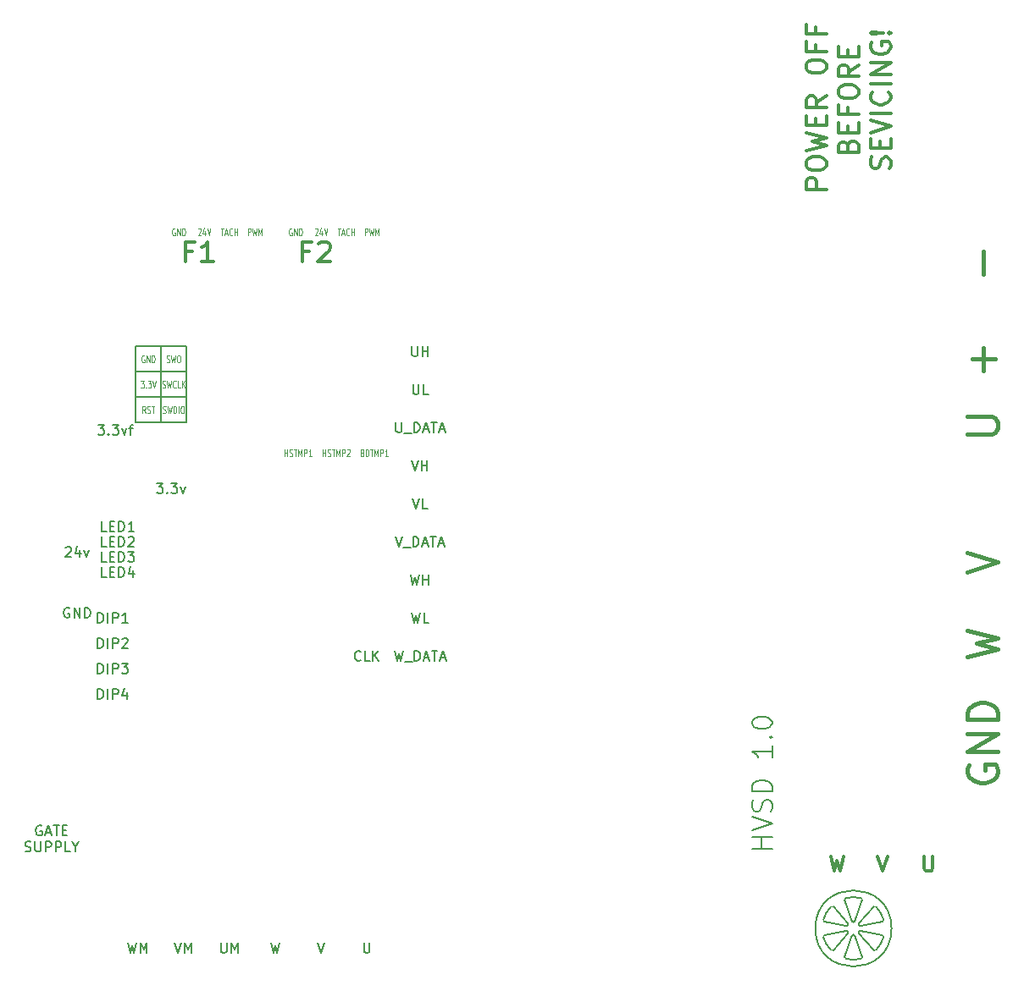
<source format=gbr>
%TF.GenerationSoftware,KiCad,Pcbnew,(6.0.9)*%
%TF.CreationDate,2023-06-09T19:15:00-04:00*%
%TF.ProjectId,HV servo drive v1,48562073-6572-4766-9f20-647269766520,rev?*%
%TF.SameCoordinates,Original*%
%TF.FileFunction,OtherDrawing,Comment*%
%FSLAX46Y46*%
G04 Gerber Fmt 4.6, Leading zero omitted, Abs format (unit mm)*
G04 Created by KiCad (PCBNEW (6.0.9)) date 2023-06-09 19:15:00*
%MOMM*%
%LPD*%
G01*
G04 APERTURE LIST*
%ADD10C,0.180000*%
%ADD11C,0.100000*%
%ADD12C,0.300000*%
%ADD13C,0.200000*%
%ADD14C,0.125000*%
%ADD15C,0.150000*%
%ADD16C,0.400000*%
G04 APERTURE END LIST*
D10*
X190898373Y-145082808D02*
G75*
G03*
X190898373Y-145082808I-3810000J0D01*
G01*
X190098880Y-144218474D02*
G75*
G03*
X189342162Y-142907800I-3010507J-864334D01*
G01*
X189342166Y-142907796D02*
G75*
G03*
X189118044Y-142913003I-109663J-105832D01*
G01*
X187633829Y-144601181D02*
X189118044Y-142913003D01*
X187633820Y-144601174D02*
G75*
G03*
X187778202Y-144851243I114453J-100634D01*
G01*
X189982315Y-144409964D02*
X187778202Y-144851243D01*
X189982313Y-144409955D02*
G75*
G03*
X190098879Y-144218474I-29940J149447D01*
G01*
X189342161Y-147257815D02*
G75*
G03*
X190098879Y-145947142I-2253788J2175007D01*
G01*
X190098878Y-145947142D02*
G75*
G03*
X189982315Y-145755652I-146485J42054D01*
G01*
X187778202Y-145314373D02*
X189982315Y-145755652D01*
X187778200Y-145314383D02*
G75*
G03*
X187633829Y-145564435I-29927J-149425D01*
G01*
X189118044Y-147252613D02*
X187633829Y-145564435D01*
X189118048Y-147252609D02*
G75*
G03*
X189342162Y-147257816I114455J100621D01*
G01*
X186331655Y-148122150D02*
G75*
G03*
X187845091Y-148122150I756718J3039355D01*
G01*
X187845104Y-148122203D02*
G75*
G03*
X187952644Y-147925457I-36831J147895D01*
G01*
X187232746Y-145796000D02*
X187952644Y-147925457D01*
X187232746Y-145796000D02*
G75*
G03*
X186944000Y-145796000I-144373J-48808D01*
G01*
X186224102Y-147925457D02*
X186944000Y-145796000D01*
X186224102Y-147925457D02*
G75*
G03*
X186331655Y-148122150I144374J-48807D01*
G01*
X184077867Y-145947142D02*
G75*
G03*
X184834584Y-147257816I3010500J864329D01*
G01*
X184834584Y-147257816D02*
G75*
G03*
X185058702Y-147252613I109662J105831D01*
G01*
X186542917Y-145564435D02*
X185058702Y-147252613D01*
X186542916Y-145564435D02*
G75*
G03*
X186398544Y-145314373I-114455J100627D01*
G01*
X184194431Y-145755652D02*
X186398544Y-145314373D01*
X184194431Y-145755652D02*
G75*
G03*
X184077867Y-145947142I29918J-149434D01*
G01*
X184834584Y-142907800D02*
G75*
G03*
X184077867Y-144218474I2253783J-2175003D01*
G01*
X184077868Y-144218474D02*
G75*
G03*
X184194431Y-144409964I146481J-42056D01*
G01*
X186398544Y-144851243D02*
X184194431Y-144409964D01*
X186398544Y-144851244D02*
G75*
G03*
X186542917Y-144601181I29917J149436D01*
G01*
X185058702Y-142913003D02*
X186542917Y-144601181D01*
X185058702Y-142913003D02*
G75*
G03*
X184834584Y-142907800I-114456J-100628D01*
G01*
X186944000Y-144369616D02*
G75*
G03*
X187232746Y-144369616I144373J48808D01*
G01*
X187952644Y-142240159D02*
X187232746Y-144369616D01*
X187952641Y-142240158D02*
G75*
G03*
X187845091Y-142043466I-144368J48810D01*
G01*
X187845091Y-142043466D02*
G75*
G03*
X186331655Y-142043466I-756718J-3039355D01*
G01*
X186331655Y-142043466D02*
G75*
G03*
X186224102Y-142240159I36821J-147886D01*
G01*
X186944000Y-144369616D02*
X186224102Y-142240159D01*
D11*
X133262761Y-75098714D02*
X133286571Y-75063000D01*
X133334190Y-75027285D01*
X133453238Y-75027285D01*
X133500857Y-75063000D01*
X133524666Y-75098714D01*
X133548476Y-75170142D01*
X133548476Y-75241571D01*
X133524666Y-75348714D01*
X133238952Y-75777285D01*
X133548476Y-75777285D01*
X133977047Y-75277285D02*
X133977047Y-75777285D01*
X133858000Y-74991571D02*
X133738952Y-75527285D01*
X134048476Y-75527285D01*
X134167523Y-75027285D02*
X134334190Y-75777285D01*
X134500857Y-75027285D01*
X130937047Y-75063000D02*
X130889428Y-75027285D01*
X130818000Y-75027285D01*
X130746571Y-75063000D01*
X130698952Y-75134428D01*
X130675142Y-75205857D01*
X130651333Y-75348714D01*
X130651333Y-75455857D01*
X130675142Y-75598714D01*
X130698952Y-75670142D01*
X130746571Y-75741571D01*
X130818000Y-75777285D01*
X130865619Y-75777285D01*
X130937047Y-75741571D01*
X130960857Y-75705857D01*
X130960857Y-75455857D01*
X130865619Y-75455857D01*
X131175142Y-75777285D02*
X131175142Y-75027285D01*
X131460857Y-75777285D01*
X131460857Y-75027285D01*
X131698952Y-75777285D02*
X131698952Y-75027285D01*
X131818000Y-75027285D01*
X131889428Y-75063000D01*
X131937047Y-75134428D01*
X131960857Y-75205857D01*
X131984666Y-75348714D01*
X131984666Y-75455857D01*
X131960857Y-75598714D01*
X131937047Y-75670142D01*
X131889428Y-75741571D01*
X131818000Y-75777285D01*
X131698952Y-75777285D01*
X138235619Y-75777285D02*
X138235619Y-75027285D01*
X138426095Y-75027285D01*
X138473714Y-75063000D01*
X138497523Y-75098714D01*
X138521333Y-75170142D01*
X138521333Y-75277285D01*
X138497523Y-75348714D01*
X138473714Y-75384428D01*
X138426095Y-75420142D01*
X138235619Y-75420142D01*
X138688000Y-75027285D02*
X138807047Y-75777285D01*
X138902285Y-75241571D01*
X138997523Y-75777285D01*
X139116571Y-75027285D01*
X139307047Y-75777285D02*
X139307047Y-75027285D01*
X139473714Y-75563000D01*
X139640380Y-75027285D01*
X139640380Y-75777285D01*
X135528952Y-75027285D02*
X135814666Y-75027285D01*
X135671809Y-75777285D02*
X135671809Y-75027285D01*
X135957523Y-75563000D02*
X136195619Y-75563000D01*
X135909904Y-75777285D02*
X136076571Y-75027285D01*
X136243238Y-75777285D01*
X136695619Y-75705857D02*
X136671809Y-75741571D01*
X136600380Y-75777285D01*
X136552761Y-75777285D01*
X136481333Y-75741571D01*
X136433714Y-75670142D01*
X136409904Y-75598714D01*
X136386095Y-75455857D01*
X136386095Y-75348714D01*
X136409904Y-75205857D01*
X136433714Y-75134428D01*
X136481333Y-75063000D01*
X136552761Y-75027285D01*
X136600380Y-75027285D01*
X136671809Y-75063000D01*
X136695619Y-75098714D01*
X136909904Y-75777285D02*
X136909904Y-75027285D01*
X136909904Y-75384428D02*
X137195619Y-75384428D01*
X137195619Y-75777285D02*
X137195619Y-75027285D01*
X126551619Y-75777285D02*
X126551619Y-75027285D01*
X126742095Y-75027285D01*
X126789714Y-75063000D01*
X126813523Y-75098714D01*
X126837333Y-75170142D01*
X126837333Y-75277285D01*
X126813523Y-75348714D01*
X126789714Y-75384428D01*
X126742095Y-75420142D01*
X126551619Y-75420142D01*
X127004000Y-75027285D02*
X127123047Y-75777285D01*
X127218285Y-75241571D01*
X127313523Y-75777285D01*
X127432571Y-75027285D01*
X127623047Y-75777285D02*
X127623047Y-75027285D01*
X127789714Y-75563000D01*
X127956380Y-75027285D01*
X127956380Y-75777285D01*
X123844952Y-75027285D02*
X124130666Y-75027285D01*
X123987809Y-75777285D02*
X123987809Y-75027285D01*
X124273523Y-75563000D02*
X124511619Y-75563000D01*
X124225904Y-75777285D02*
X124392571Y-75027285D01*
X124559238Y-75777285D01*
X125011619Y-75705857D02*
X124987809Y-75741571D01*
X124916380Y-75777285D01*
X124868761Y-75777285D01*
X124797333Y-75741571D01*
X124749714Y-75670142D01*
X124725904Y-75598714D01*
X124702095Y-75455857D01*
X124702095Y-75348714D01*
X124725904Y-75205857D01*
X124749714Y-75134428D01*
X124797333Y-75063000D01*
X124868761Y-75027285D01*
X124916380Y-75027285D01*
X124987809Y-75063000D01*
X125011619Y-75098714D01*
X125225904Y-75777285D02*
X125225904Y-75027285D01*
X125225904Y-75384428D02*
X125511619Y-75384428D01*
X125511619Y-75777285D02*
X125511619Y-75027285D01*
X121578761Y-75098714D02*
X121602571Y-75063000D01*
X121650190Y-75027285D01*
X121769238Y-75027285D01*
X121816857Y-75063000D01*
X121840666Y-75098714D01*
X121864476Y-75170142D01*
X121864476Y-75241571D01*
X121840666Y-75348714D01*
X121554952Y-75777285D01*
X121864476Y-75777285D01*
X122293047Y-75277285D02*
X122293047Y-75777285D01*
X122174000Y-74991571D02*
X122054952Y-75527285D01*
X122364476Y-75527285D01*
X122483523Y-75027285D02*
X122650190Y-75777285D01*
X122816857Y-75027285D01*
X119253047Y-75063000D02*
X119205428Y-75027285D01*
X119134000Y-75027285D01*
X119062571Y-75063000D01*
X119014952Y-75134428D01*
X118991142Y-75205857D01*
X118967333Y-75348714D01*
X118967333Y-75455857D01*
X118991142Y-75598714D01*
X119014952Y-75670142D01*
X119062571Y-75741571D01*
X119134000Y-75777285D01*
X119181619Y-75777285D01*
X119253047Y-75741571D01*
X119276857Y-75705857D01*
X119276857Y-75455857D01*
X119181619Y-75455857D01*
X119491142Y-75777285D02*
X119491142Y-75027285D01*
X119776857Y-75777285D01*
X119776857Y-75027285D01*
X120014952Y-75777285D02*
X120014952Y-75027285D01*
X120134000Y-75027285D01*
X120205428Y-75063000D01*
X120253047Y-75134428D01*
X120276857Y-75205857D01*
X120300666Y-75348714D01*
X120300666Y-75455857D01*
X120276857Y-75598714D01*
X120253047Y-75670142D01*
X120205428Y-75741571D01*
X120134000Y-75777285D01*
X120014952Y-75777285D01*
D12*
X132683333Y-77327142D02*
X132016666Y-77327142D01*
X132016666Y-78374761D02*
X132016666Y-76374761D01*
X132969047Y-76374761D01*
X133635714Y-76565238D02*
X133730952Y-76470000D01*
X133921428Y-76374761D01*
X134397619Y-76374761D01*
X134588095Y-76470000D01*
X134683333Y-76565238D01*
X134778571Y-76755714D01*
X134778571Y-76946190D01*
X134683333Y-77231904D01*
X133540476Y-78374761D01*
X134778571Y-78374761D01*
X120999333Y-77327142D02*
X120332666Y-77327142D01*
X120332666Y-78374761D02*
X120332666Y-76374761D01*
X121285047Y-76374761D01*
X123094571Y-78374761D02*
X121951714Y-78374761D01*
X122523142Y-78374761D02*
X122523142Y-76374761D01*
X122332666Y-76660476D01*
X122142190Y-76850952D01*
X121951714Y-76946190D01*
D13*
X178958761Y-137079809D02*
X176958761Y-137079809D01*
X177911142Y-137079809D02*
X177911142Y-135936952D01*
X178958761Y-135936952D02*
X176958761Y-135936952D01*
X176958761Y-135270285D02*
X178958761Y-134603619D01*
X176958761Y-133936952D01*
X178863523Y-133365523D02*
X178958761Y-133079809D01*
X178958761Y-132603619D01*
X178863523Y-132413142D01*
X178768285Y-132317904D01*
X178577809Y-132222666D01*
X178387333Y-132222666D01*
X178196857Y-132317904D01*
X178101619Y-132413142D01*
X178006380Y-132603619D01*
X177911142Y-132984571D01*
X177815904Y-133175047D01*
X177720666Y-133270285D01*
X177530190Y-133365523D01*
X177339714Y-133365523D01*
X177149238Y-133270285D01*
X177054000Y-133175047D01*
X176958761Y-132984571D01*
X176958761Y-132508380D01*
X177054000Y-132222666D01*
X178958761Y-131365523D02*
X176958761Y-131365523D01*
X176958761Y-130889333D01*
X177054000Y-130603619D01*
X177244476Y-130413142D01*
X177434952Y-130317904D01*
X177815904Y-130222666D01*
X178101619Y-130222666D01*
X178482571Y-130317904D01*
X178673047Y-130413142D01*
X178863523Y-130603619D01*
X178958761Y-130889333D01*
X178958761Y-131365523D01*
X178958761Y-126794095D02*
X178958761Y-127936952D01*
X178958761Y-127365523D02*
X176958761Y-127365523D01*
X177244476Y-127556000D01*
X177434952Y-127746476D01*
X177530190Y-127936952D01*
X178768285Y-125936952D02*
X178863523Y-125841714D01*
X178958761Y-125936952D01*
X178863523Y-126032190D01*
X178768285Y-125936952D01*
X178958761Y-125936952D01*
X176958761Y-124603619D02*
X176958761Y-124413142D01*
X177054000Y-124222666D01*
X177149238Y-124127428D01*
X177339714Y-124032190D01*
X177720666Y-123936952D01*
X178196857Y-123936952D01*
X178577809Y-124032190D01*
X178768285Y-124127428D01*
X178863523Y-124222666D01*
X178958761Y-124413142D01*
X178958761Y-124603619D01*
X178863523Y-124794095D01*
X178768285Y-124889333D01*
X178577809Y-124984571D01*
X178196857Y-125079809D01*
X177720666Y-125079809D01*
X177339714Y-124984571D01*
X177149238Y-124889333D01*
X177054000Y-124794095D01*
X176958761Y-124603619D01*
D12*
X184374761Y-71134761D02*
X182374761Y-71134761D01*
X182374761Y-70372857D01*
X182470000Y-70182380D01*
X182565238Y-70087142D01*
X182755714Y-69991904D01*
X183041428Y-69991904D01*
X183231904Y-70087142D01*
X183327142Y-70182380D01*
X183422380Y-70372857D01*
X183422380Y-71134761D01*
X182374761Y-68753809D02*
X182374761Y-68372857D01*
X182470000Y-68182380D01*
X182660476Y-67991904D01*
X183041428Y-67896666D01*
X183708095Y-67896666D01*
X184089047Y-67991904D01*
X184279523Y-68182380D01*
X184374761Y-68372857D01*
X184374761Y-68753809D01*
X184279523Y-68944285D01*
X184089047Y-69134761D01*
X183708095Y-69230000D01*
X183041428Y-69230000D01*
X182660476Y-69134761D01*
X182470000Y-68944285D01*
X182374761Y-68753809D01*
X182374761Y-67230000D02*
X184374761Y-66753809D01*
X182946190Y-66372857D01*
X184374761Y-65991904D01*
X182374761Y-65515714D01*
X183327142Y-64753809D02*
X183327142Y-64087142D01*
X184374761Y-63801428D02*
X184374761Y-64753809D01*
X182374761Y-64753809D01*
X182374761Y-63801428D01*
X184374761Y-61801428D02*
X183422380Y-62468095D01*
X184374761Y-62944285D02*
X182374761Y-62944285D01*
X182374761Y-62182380D01*
X182470000Y-61991904D01*
X182565238Y-61896666D01*
X182755714Y-61801428D01*
X183041428Y-61801428D01*
X183231904Y-61896666D01*
X183327142Y-61991904D01*
X183422380Y-62182380D01*
X183422380Y-62944285D01*
X182374761Y-59039523D02*
X182374761Y-58658571D01*
X182470000Y-58468095D01*
X182660476Y-58277619D01*
X183041428Y-58182380D01*
X183708095Y-58182380D01*
X184089047Y-58277619D01*
X184279523Y-58468095D01*
X184374761Y-58658571D01*
X184374761Y-59039523D01*
X184279523Y-59230000D01*
X184089047Y-59420476D01*
X183708095Y-59515714D01*
X183041428Y-59515714D01*
X182660476Y-59420476D01*
X182470000Y-59230000D01*
X182374761Y-59039523D01*
X183327142Y-56658571D02*
X183327142Y-57325238D01*
X184374761Y-57325238D02*
X182374761Y-57325238D01*
X182374761Y-56372857D01*
X183327142Y-54944285D02*
X183327142Y-55610952D01*
X184374761Y-55610952D02*
X182374761Y-55610952D01*
X182374761Y-54658571D01*
X186547142Y-66801428D02*
X186642380Y-66515714D01*
X186737619Y-66420476D01*
X186928095Y-66325238D01*
X187213809Y-66325238D01*
X187404285Y-66420476D01*
X187499523Y-66515714D01*
X187594761Y-66706190D01*
X187594761Y-67468095D01*
X185594761Y-67468095D01*
X185594761Y-66801428D01*
X185690000Y-66610952D01*
X185785238Y-66515714D01*
X185975714Y-66420476D01*
X186166190Y-66420476D01*
X186356666Y-66515714D01*
X186451904Y-66610952D01*
X186547142Y-66801428D01*
X186547142Y-67468095D01*
X186547142Y-65468095D02*
X186547142Y-64801428D01*
X187594761Y-64515714D02*
X187594761Y-65468095D01*
X185594761Y-65468095D01*
X185594761Y-64515714D01*
X186547142Y-62991904D02*
X186547142Y-63658571D01*
X187594761Y-63658571D02*
X185594761Y-63658571D01*
X185594761Y-62706190D01*
X185594761Y-61563333D02*
X185594761Y-61182380D01*
X185690000Y-60991904D01*
X185880476Y-60801428D01*
X186261428Y-60706190D01*
X186928095Y-60706190D01*
X187309047Y-60801428D01*
X187499523Y-60991904D01*
X187594761Y-61182380D01*
X187594761Y-61563333D01*
X187499523Y-61753809D01*
X187309047Y-61944285D01*
X186928095Y-62039523D01*
X186261428Y-62039523D01*
X185880476Y-61944285D01*
X185690000Y-61753809D01*
X185594761Y-61563333D01*
X187594761Y-58706190D02*
X186642380Y-59372857D01*
X187594761Y-59849047D02*
X185594761Y-59849047D01*
X185594761Y-59087142D01*
X185690000Y-58896666D01*
X185785238Y-58801428D01*
X185975714Y-58706190D01*
X186261428Y-58706190D01*
X186451904Y-58801428D01*
X186547142Y-58896666D01*
X186642380Y-59087142D01*
X186642380Y-59849047D01*
X186547142Y-57849047D02*
X186547142Y-57182380D01*
X187594761Y-56896666D02*
X187594761Y-57849047D01*
X185594761Y-57849047D01*
X185594761Y-56896666D01*
X190719523Y-69039523D02*
X190814761Y-68753809D01*
X190814761Y-68277619D01*
X190719523Y-68087142D01*
X190624285Y-67991904D01*
X190433809Y-67896666D01*
X190243333Y-67896666D01*
X190052857Y-67991904D01*
X189957619Y-68087142D01*
X189862380Y-68277619D01*
X189767142Y-68658571D01*
X189671904Y-68849047D01*
X189576666Y-68944285D01*
X189386190Y-69039523D01*
X189195714Y-69039523D01*
X189005238Y-68944285D01*
X188910000Y-68849047D01*
X188814761Y-68658571D01*
X188814761Y-68182380D01*
X188910000Y-67896666D01*
X189767142Y-67039523D02*
X189767142Y-66372857D01*
X190814761Y-66087142D02*
X190814761Y-67039523D01*
X188814761Y-67039523D01*
X188814761Y-66087142D01*
X188814761Y-65515714D02*
X190814761Y-64849047D01*
X188814761Y-64182380D01*
X190814761Y-63515714D02*
X188814761Y-63515714D01*
X190624285Y-61420476D02*
X190719523Y-61515714D01*
X190814761Y-61801428D01*
X190814761Y-61991904D01*
X190719523Y-62277619D01*
X190529047Y-62468095D01*
X190338571Y-62563333D01*
X189957619Y-62658571D01*
X189671904Y-62658571D01*
X189290952Y-62563333D01*
X189100476Y-62468095D01*
X188910000Y-62277619D01*
X188814761Y-61991904D01*
X188814761Y-61801428D01*
X188910000Y-61515714D01*
X189005238Y-61420476D01*
X190814761Y-60563333D02*
X188814761Y-60563333D01*
X190814761Y-59610952D02*
X188814761Y-59610952D01*
X190814761Y-58468095D01*
X188814761Y-58468095D01*
X188910000Y-56468095D02*
X188814761Y-56658571D01*
X188814761Y-56944285D01*
X188910000Y-57230000D01*
X189100476Y-57420476D01*
X189290952Y-57515714D01*
X189671904Y-57610952D01*
X189957619Y-57610952D01*
X190338571Y-57515714D01*
X190529047Y-57420476D01*
X190719523Y-57230000D01*
X190814761Y-56944285D01*
X190814761Y-56753809D01*
X190719523Y-56468095D01*
X190624285Y-56372857D01*
X189957619Y-56372857D01*
X189957619Y-56753809D01*
X190624285Y-55515714D02*
X190719523Y-55420476D01*
X190814761Y-55515714D01*
X190719523Y-55610952D01*
X190624285Y-55515714D01*
X190814761Y-55515714D01*
X190052857Y-55515714D02*
X188910000Y-55610952D01*
X188814761Y-55515714D01*
X188910000Y-55420476D01*
X190052857Y-55515714D01*
X188814761Y-55515714D01*
D14*
X138013428Y-97482428D02*
X138084857Y-97518142D01*
X138108666Y-97553857D01*
X138132476Y-97625285D01*
X138132476Y-97732428D01*
X138108666Y-97803857D01*
X138084857Y-97839571D01*
X138037238Y-97875285D01*
X137846761Y-97875285D01*
X137846761Y-97125285D01*
X138013428Y-97125285D01*
X138061047Y-97161000D01*
X138084857Y-97196714D01*
X138108666Y-97268142D01*
X138108666Y-97339571D01*
X138084857Y-97411000D01*
X138061047Y-97446714D01*
X138013428Y-97482428D01*
X137846761Y-97482428D01*
X138346761Y-97875285D02*
X138346761Y-97125285D01*
X138465809Y-97125285D01*
X138537238Y-97161000D01*
X138584857Y-97232428D01*
X138608666Y-97303857D01*
X138632476Y-97446714D01*
X138632476Y-97553857D01*
X138608666Y-97696714D01*
X138584857Y-97768142D01*
X138537238Y-97839571D01*
X138465809Y-97875285D01*
X138346761Y-97875285D01*
X138775333Y-97125285D02*
X139061047Y-97125285D01*
X138918190Y-97875285D02*
X138918190Y-97125285D01*
X139227714Y-97875285D02*
X139227714Y-97125285D01*
X139394380Y-97661000D01*
X139561047Y-97125285D01*
X139561047Y-97875285D01*
X139799142Y-97875285D02*
X139799142Y-97125285D01*
X139989619Y-97125285D01*
X140037238Y-97161000D01*
X140061047Y-97196714D01*
X140084857Y-97268142D01*
X140084857Y-97375285D01*
X140061047Y-97446714D01*
X140037238Y-97482428D01*
X139989619Y-97518142D01*
X139799142Y-97518142D01*
X140561047Y-97875285D02*
X140275333Y-97875285D01*
X140418190Y-97875285D02*
X140418190Y-97125285D01*
X140370571Y-97232428D01*
X140322952Y-97303857D01*
X140275333Y-97339571D01*
X134036761Y-97875285D02*
X134036761Y-97125285D01*
X134036761Y-97482428D02*
X134322476Y-97482428D01*
X134322476Y-97875285D02*
X134322476Y-97125285D01*
X134536761Y-97839571D02*
X134608190Y-97875285D01*
X134727238Y-97875285D01*
X134774857Y-97839571D01*
X134798666Y-97803857D01*
X134822476Y-97732428D01*
X134822476Y-97661000D01*
X134798666Y-97589571D01*
X134774857Y-97553857D01*
X134727238Y-97518142D01*
X134632000Y-97482428D01*
X134584380Y-97446714D01*
X134560571Y-97411000D01*
X134536761Y-97339571D01*
X134536761Y-97268142D01*
X134560571Y-97196714D01*
X134584380Y-97161000D01*
X134632000Y-97125285D01*
X134751047Y-97125285D01*
X134822476Y-97161000D01*
X134965333Y-97125285D02*
X135251047Y-97125285D01*
X135108190Y-97875285D02*
X135108190Y-97125285D01*
X135417714Y-97875285D02*
X135417714Y-97125285D01*
X135584380Y-97661000D01*
X135751047Y-97125285D01*
X135751047Y-97875285D01*
X135989142Y-97875285D02*
X135989142Y-97125285D01*
X136179619Y-97125285D01*
X136227238Y-97161000D01*
X136251047Y-97196714D01*
X136274857Y-97268142D01*
X136274857Y-97375285D01*
X136251047Y-97446714D01*
X136227238Y-97482428D01*
X136179619Y-97518142D01*
X135989142Y-97518142D01*
X136465333Y-97196714D02*
X136489142Y-97161000D01*
X136536761Y-97125285D01*
X136655809Y-97125285D01*
X136703428Y-97161000D01*
X136727238Y-97196714D01*
X136751047Y-97268142D01*
X136751047Y-97339571D01*
X136727238Y-97446714D01*
X136441523Y-97875285D01*
X136751047Y-97875285D01*
X130226761Y-97875285D02*
X130226761Y-97125285D01*
X130226761Y-97482428D02*
X130512476Y-97482428D01*
X130512476Y-97875285D02*
X130512476Y-97125285D01*
X130726761Y-97839571D02*
X130798190Y-97875285D01*
X130917238Y-97875285D01*
X130964857Y-97839571D01*
X130988666Y-97803857D01*
X131012476Y-97732428D01*
X131012476Y-97661000D01*
X130988666Y-97589571D01*
X130964857Y-97553857D01*
X130917238Y-97518142D01*
X130822000Y-97482428D01*
X130774380Y-97446714D01*
X130750571Y-97411000D01*
X130726761Y-97339571D01*
X130726761Y-97268142D01*
X130750571Y-97196714D01*
X130774380Y-97161000D01*
X130822000Y-97125285D01*
X130941047Y-97125285D01*
X131012476Y-97161000D01*
X131155333Y-97125285D02*
X131441047Y-97125285D01*
X131298190Y-97875285D02*
X131298190Y-97125285D01*
X131607714Y-97875285D02*
X131607714Y-97125285D01*
X131774380Y-97661000D01*
X131941047Y-97125285D01*
X131941047Y-97875285D01*
X132179142Y-97875285D02*
X132179142Y-97125285D01*
X132369619Y-97125285D01*
X132417238Y-97161000D01*
X132441047Y-97196714D01*
X132464857Y-97268142D01*
X132464857Y-97375285D01*
X132441047Y-97446714D01*
X132417238Y-97482428D01*
X132369619Y-97518142D01*
X132179142Y-97518142D01*
X132941047Y-97875285D02*
X132655333Y-97875285D01*
X132798190Y-97875285D02*
X132798190Y-97125285D01*
X132750571Y-97232428D01*
X132702952Y-97303857D01*
X132655333Y-97339571D01*
X118435523Y-88441571D02*
X118506952Y-88477285D01*
X118626000Y-88477285D01*
X118673619Y-88441571D01*
X118697428Y-88405857D01*
X118721238Y-88334428D01*
X118721238Y-88263000D01*
X118697428Y-88191571D01*
X118673619Y-88155857D01*
X118626000Y-88120142D01*
X118530761Y-88084428D01*
X118483142Y-88048714D01*
X118459333Y-88013000D01*
X118435523Y-87941571D01*
X118435523Y-87870142D01*
X118459333Y-87798714D01*
X118483142Y-87763000D01*
X118530761Y-87727285D01*
X118649809Y-87727285D01*
X118721238Y-87763000D01*
X118887904Y-87727285D02*
X119006952Y-88477285D01*
X119102190Y-87941571D01*
X119197428Y-88477285D01*
X119316476Y-87727285D01*
X119602190Y-87727285D02*
X119697428Y-87727285D01*
X119745047Y-87763000D01*
X119792666Y-87834428D01*
X119816476Y-87977285D01*
X119816476Y-88227285D01*
X119792666Y-88370142D01*
X119745047Y-88441571D01*
X119697428Y-88477285D01*
X119602190Y-88477285D01*
X119554571Y-88441571D01*
X119506952Y-88370142D01*
X119483142Y-88227285D01*
X119483142Y-87977285D01*
X119506952Y-87834428D01*
X119554571Y-87763000D01*
X119602190Y-87727285D01*
X116205047Y-87763000D02*
X116157428Y-87727285D01*
X116086000Y-87727285D01*
X116014571Y-87763000D01*
X115966952Y-87834428D01*
X115943142Y-87905857D01*
X115919333Y-88048714D01*
X115919333Y-88155857D01*
X115943142Y-88298714D01*
X115966952Y-88370142D01*
X116014571Y-88441571D01*
X116086000Y-88477285D01*
X116133619Y-88477285D01*
X116205047Y-88441571D01*
X116228857Y-88405857D01*
X116228857Y-88155857D01*
X116133619Y-88155857D01*
X116443142Y-88477285D02*
X116443142Y-87727285D01*
X116728857Y-88477285D01*
X116728857Y-87727285D01*
X116966952Y-88477285D02*
X116966952Y-87727285D01*
X117086000Y-87727285D01*
X117157428Y-87763000D01*
X117205047Y-87834428D01*
X117228857Y-87905857D01*
X117252666Y-88048714D01*
X117252666Y-88155857D01*
X117228857Y-88298714D01*
X117205047Y-88370142D01*
X117157428Y-88441571D01*
X117086000Y-88477285D01*
X116966952Y-88477285D01*
X115847904Y-90267285D02*
X116157428Y-90267285D01*
X115990761Y-90553000D01*
X116062190Y-90553000D01*
X116109809Y-90588714D01*
X116133619Y-90624428D01*
X116157428Y-90695857D01*
X116157428Y-90874428D01*
X116133619Y-90945857D01*
X116109809Y-90981571D01*
X116062190Y-91017285D01*
X115919333Y-91017285D01*
X115871714Y-90981571D01*
X115847904Y-90945857D01*
X116371714Y-90945857D02*
X116395523Y-90981571D01*
X116371714Y-91017285D01*
X116347904Y-90981571D01*
X116371714Y-90945857D01*
X116371714Y-91017285D01*
X116562190Y-90267285D02*
X116871714Y-90267285D01*
X116705047Y-90553000D01*
X116776476Y-90553000D01*
X116824095Y-90588714D01*
X116847904Y-90624428D01*
X116871714Y-90695857D01*
X116871714Y-90874428D01*
X116847904Y-90945857D01*
X116824095Y-90981571D01*
X116776476Y-91017285D01*
X116633619Y-91017285D01*
X116586000Y-90981571D01*
X116562190Y-90945857D01*
X117014571Y-90267285D02*
X117181238Y-91017285D01*
X117347904Y-90267285D01*
X117995047Y-90981571D02*
X118066476Y-91017285D01*
X118185523Y-91017285D01*
X118233142Y-90981571D01*
X118256952Y-90945857D01*
X118280761Y-90874428D01*
X118280761Y-90803000D01*
X118256952Y-90731571D01*
X118233142Y-90695857D01*
X118185523Y-90660142D01*
X118090285Y-90624428D01*
X118042666Y-90588714D01*
X118018857Y-90553000D01*
X117995047Y-90481571D01*
X117995047Y-90410142D01*
X118018857Y-90338714D01*
X118042666Y-90303000D01*
X118090285Y-90267285D01*
X118209333Y-90267285D01*
X118280761Y-90303000D01*
X118447428Y-90267285D02*
X118566476Y-91017285D01*
X118661714Y-90481571D01*
X118756952Y-91017285D01*
X118876000Y-90267285D01*
X119352190Y-90945857D02*
X119328380Y-90981571D01*
X119256952Y-91017285D01*
X119209333Y-91017285D01*
X119137904Y-90981571D01*
X119090285Y-90910142D01*
X119066476Y-90838714D01*
X119042666Y-90695857D01*
X119042666Y-90588714D01*
X119066476Y-90445857D01*
X119090285Y-90374428D01*
X119137904Y-90303000D01*
X119209333Y-90267285D01*
X119256952Y-90267285D01*
X119328380Y-90303000D01*
X119352190Y-90338714D01*
X119804571Y-91017285D02*
X119566476Y-91017285D01*
X119566476Y-90267285D01*
X119971238Y-91017285D02*
X119971238Y-90267285D01*
X120256952Y-91017285D02*
X120042666Y-90588714D01*
X120256952Y-90267285D02*
X119971238Y-90695857D01*
X118066476Y-93521571D02*
X118137904Y-93557285D01*
X118256952Y-93557285D01*
X118304571Y-93521571D01*
X118328380Y-93485857D01*
X118352190Y-93414428D01*
X118352190Y-93343000D01*
X118328380Y-93271571D01*
X118304571Y-93235857D01*
X118256952Y-93200142D01*
X118161714Y-93164428D01*
X118114095Y-93128714D01*
X118090285Y-93093000D01*
X118066476Y-93021571D01*
X118066476Y-92950142D01*
X118090285Y-92878714D01*
X118114095Y-92843000D01*
X118161714Y-92807285D01*
X118280761Y-92807285D01*
X118352190Y-92843000D01*
X118518857Y-92807285D02*
X118637904Y-93557285D01*
X118733142Y-93021571D01*
X118828380Y-93557285D01*
X118947428Y-92807285D01*
X119137904Y-93557285D02*
X119137904Y-92807285D01*
X119256952Y-92807285D01*
X119328380Y-92843000D01*
X119376000Y-92914428D01*
X119399809Y-92985857D01*
X119423619Y-93128714D01*
X119423619Y-93235857D01*
X119399809Y-93378714D01*
X119376000Y-93450142D01*
X119328380Y-93521571D01*
X119256952Y-93557285D01*
X119137904Y-93557285D01*
X119637904Y-93557285D02*
X119637904Y-92807285D01*
X119971238Y-92807285D02*
X120066476Y-92807285D01*
X120114095Y-92843000D01*
X120161714Y-92914428D01*
X120185523Y-93057285D01*
X120185523Y-93307285D01*
X120161714Y-93450142D01*
X120114095Y-93521571D01*
X120066476Y-93557285D01*
X119971238Y-93557285D01*
X119923619Y-93521571D01*
X119876000Y-93450142D01*
X119852190Y-93307285D01*
X119852190Y-93057285D01*
X119876000Y-92914428D01*
X119923619Y-92843000D01*
X119971238Y-92807285D01*
X116312190Y-93557285D02*
X116145523Y-93200142D01*
X116026476Y-93557285D02*
X116026476Y-92807285D01*
X116216952Y-92807285D01*
X116264571Y-92843000D01*
X116288380Y-92878714D01*
X116312190Y-92950142D01*
X116312190Y-93057285D01*
X116288380Y-93128714D01*
X116264571Y-93164428D01*
X116216952Y-93200142D01*
X116026476Y-93200142D01*
X116502666Y-93521571D02*
X116574095Y-93557285D01*
X116693142Y-93557285D01*
X116740761Y-93521571D01*
X116764571Y-93485857D01*
X116788380Y-93414428D01*
X116788380Y-93343000D01*
X116764571Y-93271571D01*
X116740761Y-93235857D01*
X116693142Y-93200142D01*
X116597904Y-93164428D01*
X116550285Y-93128714D01*
X116526476Y-93093000D01*
X116502666Y-93021571D01*
X116502666Y-92950142D01*
X116526476Y-92878714D01*
X116550285Y-92843000D01*
X116597904Y-92807285D01*
X116716952Y-92807285D01*
X116788380Y-92843000D01*
X116931238Y-92807285D02*
X117216952Y-92807285D01*
X117074095Y-93557285D02*
X117074095Y-92807285D01*
D15*
X115316000Y-89408000D02*
X120396000Y-89408000D01*
X115316000Y-91948000D02*
X120396000Y-91948000D01*
X117856000Y-86868000D02*
X117856000Y-94488000D01*
X115316000Y-86868000D02*
X120396000Y-86868000D01*
X120396000Y-86868000D02*
X120396000Y-94488000D01*
X120396000Y-94488000D02*
X115316000Y-94488000D01*
X115316000Y-94488000D02*
X115316000Y-86868000D01*
X112418952Y-109926380D02*
X111942761Y-109926380D01*
X111942761Y-108926380D01*
X112752285Y-109402571D02*
X113085619Y-109402571D01*
X113228476Y-109926380D02*
X112752285Y-109926380D01*
X112752285Y-108926380D01*
X113228476Y-108926380D01*
X113657047Y-109926380D02*
X113657047Y-108926380D01*
X113895142Y-108926380D01*
X114038000Y-108974000D01*
X114133238Y-109069238D01*
X114180857Y-109164476D01*
X114228476Y-109354952D01*
X114228476Y-109497809D01*
X114180857Y-109688285D01*
X114133238Y-109783523D01*
X114038000Y-109878761D01*
X113895142Y-109926380D01*
X113657047Y-109926380D01*
X115085619Y-109259714D02*
X115085619Y-109926380D01*
X114847523Y-108878761D02*
X114609428Y-109593047D01*
X115228476Y-109593047D01*
X112418952Y-108402380D02*
X111942761Y-108402380D01*
X111942761Y-107402380D01*
X112752285Y-107878571D02*
X113085619Y-107878571D01*
X113228476Y-108402380D02*
X112752285Y-108402380D01*
X112752285Y-107402380D01*
X113228476Y-107402380D01*
X113657047Y-108402380D02*
X113657047Y-107402380D01*
X113895142Y-107402380D01*
X114038000Y-107450000D01*
X114133238Y-107545238D01*
X114180857Y-107640476D01*
X114228476Y-107830952D01*
X114228476Y-107973809D01*
X114180857Y-108164285D01*
X114133238Y-108259523D01*
X114038000Y-108354761D01*
X113895142Y-108402380D01*
X113657047Y-108402380D01*
X114561809Y-107402380D02*
X115180857Y-107402380D01*
X114847523Y-107783333D01*
X114990380Y-107783333D01*
X115085619Y-107830952D01*
X115133238Y-107878571D01*
X115180857Y-107973809D01*
X115180857Y-108211904D01*
X115133238Y-108307142D01*
X115085619Y-108354761D01*
X114990380Y-108402380D01*
X114704666Y-108402380D01*
X114609428Y-108354761D01*
X114561809Y-108307142D01*
X112418952Y-106878380D02*
X111942761Y-106878380D01*
X111942761Y-105878380D01*
X112752285Y-106354571D02*
X113085619Y-106354571D01*
X113228476Y-106878380D02*
X112752285Y-106878380D01*
X112752285Y-105878380D01*
X113228476Y-105878380D01*
X113657047Y-106878380D02*
X113657047Y-105878380D01*
X113895142Y-105878380D01*
X114038000Y-105926000D01*
X114133238Y-106021238D01*
X114180857Y-106116476D01*
X114228476Y-106306952D01*
X114228476Y-106449809D01*
X114180857Y-106640285D01*
X114133238Y-106735523D01*
X114038000Y-106830761D01*
X113895142Y-106878380D01*
X113657047Y-106878380D01*
X114609428Y-105973619D02*
X114657047Y-105926000D01*
X114752285Y-105878380D01*
X114990380Y-105878380D01*
X115085619Y-105926000D01*
X115133238Y-105973619D01*
X115180857Y-106068857D01*
X115180857Y-106164095D01*
X115133238Y-106306952D01*
X114561809Y-106878380D01*
X115180857Y-106878380D01*
X112418952Y-105354380D02*
X111942761Y-105354380D01*
X111942761Y-104354380D01*
X112752285Y-104830571D02*
X113085619Y-104830571D01*
X113228476Y-105354380D02*
X112752285Y-105354380D01*
X112752285Y-104354380D01*
X113228476Y-104354380D01*
X113657047Y-105354380D02*
X113657047Y-104354380D01*
X113895142Y-104354380D01*
X114038000Y-104402000D01*
X114133238Y-104497238D01*
X114180857Y-104592476D01*
X114228476Y-104782952D01*
X114228476Y-104925809D01*
X114180857Y-105116285D01*
X114133238Y-105211523D01*
X114038000Y-105306761D01*
X113895142Y-105354380D01*
X113657047Y-105354380D01*
X115180857Y-105354380D02*
X114609428Y-105354380D01*
X114895142Y-105354380D02*
X114895142Y-104354380D01*
X114799904Y-104497238D01*
X114704666Y-104592476D01*
X114609428Y-104640095D01*
X111553809Y-122118380D02*
X111553809Y-121118380D01*
X111791904Y-121118380D01*
X111934761Y-121166000D01*
X112030000Y-121261238D01*
X112077619Y-121356476D01*
X112125238Y-121546952D01*
X112125238Y-121689809D01*
X112077619Y-121880285D01*
X112030000Y-121975523D01*
X111934761Y-122070761D01*
X111791904Y-122118380D01*
X111553809Y-122118380D01*
X112553809Y-122118380D02*
X112553809Y-121118380D01*
X113030000Y-122118380D02*
X113030000Y-121118380D01*
X113410952Y-121118380D01*
X113506190Y-121166000D01*
X113553809Y-121213619D01*
X113601428Y-121308857D01*
X113601428Y-121451714D01*
X113553809Y-121546952D01*
X113506190Y-121594571D01*
X113410952Y-121642190D01*
X113030000Y-121642190D01*
X114458571Y-121451714D02*
X114458571Y-122118380D01*
X114220476Y-121070761D02*
X113982380Y-121785047D01*
X114601428Y-121785047D01*
X111553809Y-119578380D02*
X111553809Y-118578380D01*
X111791904Y-118578380D01*
X111934761Y-118626000D01*
X112030000Y-118721238D01*
X112077619Y-118816476D01*
X112125238Y-119006952D01*
X112125238Y-119149809D01*
X112077619Y-119340285D01*
X112030000Y-119435523D01*
X111934761Y-119530761D01*
X111791904Y-119578380D01*
X111553809Y-119578380D01*
X112553809Y-119578380D02*
X112553809Y-118578380D01*
X113030000Y-119578380D02*
X113030000Y-118578380D01*
X113410952Y-118578380D01*
X113506190Y-118626000D01*
X113553809Y-118673619D01*
X113601428Y-118768857D01*
X113601428Y-118911714D01*
X113553809Y-119006952D01*
X113506190Y-119054571D01*
X113410952Y-119102190D01*
X113030000Y-119102190D01*
X113934761Y-118578380D02*
X114553809Y-118578380D01*
X114220476Y-118959333D01*
X114363333Y-118959333D01*
X114458571Y-119006952D01*
X114506190Y-119054571D01*
X114553809Y-119149809D01*
X114553809Y-119387904D01*
X114506190Y-119483142D01*
X114458571Y-119530761D01*
X114363333Y-119578380D01*
X114077619Y-119578380D01*
X113982380Y-119530761D01*
X113934761Y-119483142D01*
X111553809Y-117038380D02*
X111553809Y-116038380D01*
X111791904Y-116038380D01*
X111934761Y-116086000D01*
X112030000Y-116181238D01*
X112077619Y-116276476D01*
X112125238Y-116466952D01*
X112125238Y-116609809D01*
X112077619Y-116800285D01*
X112030000Y-116895523D01*
X111934761Y-116990761D01*
X111791904Y-117038380D01*
X111553809Y-117038380D01*
X112553809Y-117038380D02*
X112553809Y-116038380D01*
X113030000Y-117038380D02*
X113030000Y-116038380D01*
X113410952Y-116038380D01*
X113506190Y-116086000D01*
X113553809Y-116133619D01*
X113601428Y-116228857D01*
X113601428Y-116371714D01*
X113553809Y-116466952D01*
X113506190Y-116514571D01*
X113410952Y-116562190D01*
X113030000Y-116562190D01*
X113982380Y-116133619D02*
X114030000Y-116086000D01*
X114125238Y-116038380D01*
X114363333Y-116038380D01*
X114458571Y-116086000D01*
X114506190Y-116133619D01*
X114553809Y-116228857D01*
X114553809Y-116324095D01*
X114506190Y-116466952D01*
X113934761Y-117038380D01*
X114553809Y-117038380D01*
X111553809Y-114498380D02*
X111553809Y-113498380D01*
X111791904Y-113498380D01*
X111934761Y-113546000D01*
X112030000Y-113641238D01*
X112077619Y-113736476D01*
X112125238Y-113926952D01*
X112125238Y-114069809D01*
X112077619Y-114260285D01*
X112030000Y-114355523D01*
X111934761Y-114450761D01*
X111791904Y-114498380D01*
X111553809Y-114498380D01*
X112553809Y-114498380D02*
X112553809Y-113498380D01*
X113030000Y-114498380D02*
X113030000Y-113498380D01*
X113410952Y-113498380D01*
X113506190Y-113546000D01*
X113553809Y-113593619D01*
X113601428Y-113688857D01*
X113601428Y-113831714D01*
X113553809Y-113926952D01*
X113506190Y-113974571D01*
X113410952Y-114022190D01*
X113030000Y-114022190D01*
X114553809Y-114498380D02*
X113982380Y-114498380D01*
X114268095Y-114498380D02*
X114268095Y-113498380D01*
X114172857Y-113641238D01*
X114077619Y-113736476D01*
X113982380Y-113784095D01*
X137834761Y-118213142D02*
X137787142Y-118260761D01*
X137644285Y-118308380D01*
X137549047Y-118308380D01*
X137406190Y-118260761D01*
X137310952Y-118165523D01*
X137263333Y-118070285D01*
X137215714Y-117879809D01*
X137215714Y-117736952D01*
X137263333Y-117546476D01*
X137310952Y-117451238D01*
X137406190Y-117356000D01*
X137549047Y-117308380D01*
X137644285Y-117308380D01*
X137787142Y-117356000D01*
X137834761Y-117403619D01*
X138739523Y-118308380D02*
X138263333Y-118308380D01*
X138263333Y-117308380D01*
X139072857Y-118308380D02*
X139072857Y-117308380D01*
X139644285Y-118308380D02*
X139215714Y-117736952D01*
X139644285Y-117308380D02*
X139072857Y-117879809D01*
X141216380Y-117308380D02*
X141454476Y-118308380D01*
X141644952Y-117594095D01*
X141835428Y-118308380D01*
X142073523Y-117308380D01*
X142216380Y-118403619D02*
X142978285Y-118403619D01*
X143216380Y-118308380D02*
X143216380Y-117308380D01*
X143454476Y-117308380D01*
X143597333Y-117356000D01*
X143692571Y-117451238D01*
X143740190Y-117546476D01*
X143787809Y-117736952D01*
X143787809Y-117879809D01*
X143740190Y-118070285D01*
X143692571Y-118165523D01*
X143597333Y-118260761D01*
X143454476Y-118308380D01*
X143216380Y-118308380D01*
X144168761Y-118022666D02*
X144644952Y-118022666D01*
X144073523Y-118308380D02*
X144406857Y-117308380D01*
X144740190Y-118308380D01*
X144930666Y-117308380D02*
X145502095Y-117308380D01*
X145216380Y-118308380D02*
X145216380Y-117308380D01*
X145787809Y-118022666D02*
X146264000Y-118022666D01*
X145692571Y-118308380D02*
X146025904Y-117308380D01*
X146359238Y-118308380D01*
X142930666Y-113498380D02*
X143168761Y-114498380D01*
X143359238Y-113784095D01*
X143549714Y-114498380D01*
X143787809Y-113498380D01*
X144644952Y-114498380D02*
X144168761Y-114498380D01*
X144168761Y-113498380D01*
X142811619Y-109688380D02*
X143049714Y-110688380D01*
X143240190Y-109974095D01*
X143430666Y-110688380D01*
X143668761Y-109688380D01*
X144049714Y-110688380D02*
X144049714Y-109688380D01*
X144049714Y-110164571D02*
X144621142Y-110164571D01*
X144621142Y-110688380D02*
X144621142Y-109688380D01*
X141311619Y-105878380D02*
X141644952Y-106878380D01*
X141978285Y-105878380D01*
X142073523Y-106973619D02*
X142835428Y-106973619D01*
X143073523Y-106878380D02*
X143073523Y-105878380D01*
X143311619Y-105878380D01*
X143454476Y-105926000D01*
X143549714Y-106021238D01*
X143597333Y-106116476D01*
X143644952Y-106306952D01*
X143644952Y-106449809D01*
X143597333Y-106640285D01*
X143549714Y-106735523D01*
X143454476Y-106830761D01*
X143311619Y-106878380D01*
X143073523Y-106878380D01*
X144025904Y-106592666D02*
X144502095Y-106592666D01*
X143930666Y-106878380D02*
X144264000Y-105878380D01*
X144597333Y-106878380D01*
X144787809Y-105878380D02*
X145359238Y-105878380D01*
X145073523Y-106878380D02*
X145073523Y-105878380D01*
X145644952Y-106592666D02*
X146121142Y-106592666D01*
X145549714Y-106878380D02*
X145883047Y-105878380D01*
X146216380Y-106878380D01*
X143025904Y-102068380D02*
X143359238Y-103068380D01*
X143692571Y-102068380D01*
X144502095Y-103068380D02*
X144025904Y-103068380D01*
X144025904Y-102068380D01*
X142906857Y-98258380D02*
X143240190Y-99258380D01*
X143573523Y-98258380D01*
X143906857Y-99258380D02*
X143906857Y-98258380D01*
X143906857Y-98734571D02*
X144478285Y-98734571D01*
X144478285Y-99258380D02*
X144478285Y-98258380D01*
X141359238Y-94448380D02*
X141359238Y-95257904D01*
X141406857Y-95353142D01*
X141454476Y-95400761D01*
X141549714Y-95448380D01*
X141740190Y-95448380D01*
X141835428Y-95400761D01*
X141883047Y-95353142D01*
X141930666Y-95257904D01*
X141930666Y-94448380D01*
X142168761Y-95543619D02*
X142930666Y-95543619D01*
X143168761Y-95448380D02*
X143168761Y-94448380D01*
X143406857Y-94448380D01*
X143549714Y-94496000D01*
X143644952Y-94591238D01*
X143692571Y-94686476D01*
X143740190Y-94876952D01*
X143740190Y-95019809D01*
X143692571Y-95210285D01*
X143644952Y-95305523D01*
X143549714Y-95400761D01*
X143406857Y-95448380D01*
X143168761Y-95448380D01*
X144121142Y-95162666D02*
X144597333Y-95162666D01*
X144025904Y-95448380D02*
X144359238Y-94448380D01*
X144692571Y-95448380D01*
X144883047Y-94448380D02*
X145454476Y-94448380D01*
X145168761Y-95448380D02*
X145168761Y-94448380D01*
X145740190Y-95162666D02*
X146216380Y-95162666D01*
X145644952Y-95448380D02*
X145978285Y-94448380D01*
X146311619Y-95448380D01*
X143073523Y-90638380D02*
X143073523Y-91447904D01*
X143121142Y-91543142D01*
X143168761Y-91590761D01*
X143264000Y-91638380D01*
X143454476Y-91638380D01*
X143549714Y-91590761D01*
X143597333Y-91543142D01*
X143644952Y-91447904D01*
X143644952Y-90638380D01*
X144597333Y-91638380D02*
X144121142Y-91638380D01*
X144121142Y-90638380D01*
X142954476Y-86828380D02*
X142954476Y-87637904D01*
X143002095Y-87733142D01*
X143049714Y-87780761D01*
X143144952Y-87828380D01*
X143335428Y-87828380D01*
X143430666Y-87780761D01*
X143478285Y-87733142D01*
X143525904Y-87637904D01*
X143525904Y-86828380D01*
X144002095Y-87828380D02*
X144002095Y-86828380D01*
X144002095Y-87304571D02*
X144573523Y-87304571D01*
X144573523Y-87828380D02*
X144573523Y-86828380D01*
X111569714Y-94702380D02*
X112188761Y-94702380D01*
X111855428Y-95083333D01*
X111998285Y-95083333D01*
X112093523Y-95130952D01*
X112141142Y-95178571D01*
X112188761Y-95273809D01*
X112188761Y-95511904D01*
X112141142Y-95607142D01*
X112093523Y-95654761D01*
X111998285Y-95702380D01*
X111712571Y-95702380D01*
X111617333Y-95654761D01*
X111569714Y-95607142D01*
X112617333Y-95607142D02*
X112664952Y-95654761D01*
X112617333Y-95702380D01*
X112569714Y-95654761D01*
X112617333Y-95607142D01*
X112617333Y-95702380D01*
X112998285Y-94702380D02*
X113617333Y-94702380D01*
X113284000Y-95083333D01*
X113426857Y-95083333D01*
X113522095Y-95130952D01*
X113569714Y-95178571D01*
X113617333Y-95273809D01*
X113617333Y-95511904D01*
X113569714Y-95607142D01*
X113522095Y-95654761D01*
X113426857Y-95702380D01*
X113141142Y-95702380D01*
X113045904Y-95654761D01*
X112998285Y-95607142D01*
X113950666Y-95035714D02*
X114188761Y-95702380D01*
X114426857Y-95035714D01*
X114664952Y-95035714D02*
X115045904Y-95035714D01*
X114807809Y-95702380D02*
X114807809Y-94845238D01*
X114855428Y-94750000D01*
X114950666Y-94702380D01*
X115045904Y-94702380D01*
X117443428Y-100544380D02*
X118062476Y-100544380D01*
X117729142Y-100925333D01*
X117872000Y-100925333D01*
X117967238Y-100972952D01*
X118014857Y-101020571D01*
X118062476Y-101115809D01*
X118062476Y-101353904D01*
X118014857Y-101449142D01*
X117967238Y-101496761D01*
X117872000Y-101544380D01*
X117586285Y-101544380D01*
X117491047Y-101496761D01*
X117443428Y-101449142D01*
X118491047Y-101449142D02*
X118538666Y-101496761D01*
X118491047Y-101544380D01*
X118443428Y-101496761D01*
X118491047Y-101449142D01*
X118491047Y-101544380D01*
X118872000Y-100544380D02*
X119491047Y-100544380D01*
X119157714Y-100925333D01*
X119300571Y-100925333D01*
X119395809Y-100972952D01*
X119443428Y-101020571D01*
X119491047Y-101115809D01*
X119491047Y-101353904D01*
X119443428Y-101449142D01*
X119395809Y-101496761D01*
X119300571Y-101544380D01*
X119014857Y-101544380D01*
X118919619Y-101496761D01*
X118872000Y-101449142D01*
X119824380Y-100877714D02*
X120062476Y-101544380D01*
X120300571Y-100877714D01*
X108712095Y-113038000D02*
X108616857Y-112990380D01*
X108474000Y-112990380D01*
X108331142Y-113038000D01*
X108235904Y-113133238D01*
X108188285Y-113228476D01*
X108140666Y-113418952D01*
X108140666Y-113561809D01*
X108188285Y-113752285D01*
X108235904Y-113847523D01*
X108331142Y-113942761D01*
X108474000Y-113990380D01*
X108569238Y-113990380D01*
X108712095Y-113942761D01*
X108759714Y-113895142D01*
X108759714Y-113561809D01*
X108569238Y-113561809D01*
X109188285Y-113990380D02*
X109188285Y-112990380D01*
X109759714Y-113990380D01*
X109759714Y-112990380D01*
X110235904Y-113990380D02*
X110235904Y-112990380D01*
X110474000Y-112990380D01*
X110616857Y-113038000D01*
X110712095Y-113133238D01*
X110759714Y-113228476D01*
X110807333Y-113418952D01*
X110807333Y-113561809D01*
X110759714Y-113752285D01*
X110712095Y-113847523D01*
X110616857Y-113942761D01*
X110474000Y-113990380D01*
X110235904Y-113990380D01*
X108331142Y-106989619D02*
X108378761Y-106942000D01*
X108474000Y-106894380D01*
X108712095Y-106894380D01*
X108807333Y-106942000D01*
X108854952Y-106989619D01*
X108902571Y-107084857D01*
X108902571Y-107180095D01*
X108854952Y-107322952D01*
X108283523Y-107894380D01*
X108902571Y-107894380D01*
X109759714Y-107227714D02*
X109759714Y-107894380D01*
X109521619Y-106846761D02*
X109283523Y-107561047D01*
X109902571Y-107561047D01*
X110188285Y-107227714D02*
X110426380Y-107894380D01*
X110664476Y-107227714D01*
X105934000Y-134839000D02*
X105838761Y-134791380D01*
X105695904Y-134791380D01*
X105553047Y-134839000D01*
X105457809Y-134934238D01*
X105410190Y-135029476D01*
X105362571Y-135219952D01*
X105362571Y-135362809D01*
X105410190Y-135553285D01*
X105457809Y-135648523D01*
X105553047Y-135743761D01*
X105695904Y-135791380D01*
X105791142Y-135791380D01*
X105934000Y-135743761D01*
X105981619Y-135696142D01*
X105981619Y-135362809D01*
X105791142Y-135362809D01*
X106362571Y-135505666D02*
X106838761Y-135505666D01*
X106267333Y-135791380D02*
X106600666Y-134791380D01*
X106934000Y-135791380D01*
X107124476Y-134791380D02*
X107695904Y-134791380D01*
X107410190Y-135791380D02*
X107410190Y-134791380D01*
X108029238Y-135267571D02*
X108362571Y-135267571D01*
X108505428Y-135791380D02*
X108029238Y-135791380D01*
X108029238Y-134791380D01*
X108505428Y-134791380D01*
X104291142Y-137353761D02*
X104434000Y-137401380D01*
X104672095Y-137401380D01*
X104767333Y-137353761D01*
X104814952Y-137306142D01*
X104862571Y-137210904D01*
X104862571Y-137115666D01*
X104814952Y-137020428D01*
X104767333Y-136972809D01*
X104672095Y-136925190D01*
X104481619Y-136877571D01*
X104386380Y-136829952D01*
X104338761Y-136782333D01*
X104291142Y-136687095D01*
X104291142Y-136591857D01*
X104338761Y-136496619D01*
X104386380Y-136449000D01*
X104481619Y-136401380D01*
X104719714Y-136401380D01*
X104862571Y-136449000D01*
X105291142Y-136401380D02*
X105291142Y-137210904D01*
X105338761Y-137306142D01*
X105386380Y-137353761D01*
X105481619Y-137401380D01*
X105672095Y-137401380D01*
X105767333Y-137353761D01*
X105814952Y-137306142D01*
X105862571Y-137210904D01*
X105862571Y-136401380D01*
X106338761Y-137401380D02*
X106338761Y-136401380D01*
X106719714Y-136401380D01*
X106814952Y-136449000D01*
X106862571Y-136496619D01*
X106910190Y-136591857D01*
X106910190Y-136734714D01*
X106862571Y-136829952D01*
X106814952Y-136877571D01*
X106719714Y-136925190D01*
X106338761Y-136925190D01*
X107338761Y-137401380D02*
X107338761Y-136401380D01*
X107719714Y-136401380D01*
X107814952Y-136449000D01*
X107862571Y-136496619D01*
X107910190Y-136591857D01*
X107910190Y-136734714D01*
X107862571Y-136829952D01*
X107814952Y-136877571D01*
X107719714Y-136925190D01*
X107338761Y-136925190D01*
X108814952Y-137401380D02*
X108338761Y-137401380D01*
X108338761Y-136401380D01*
X109338761Y-136925190D02*
X109338761Y-137401380D01*
X109005428Y-136401380D02*
X109338761Y-136925190D01*
X109672095Y-136401380D01*
X114559931Y-146511320D02*
X114798026Y-147511320D01*
X114988502Y-146797035D01*
X115178978Y-147511320D01*
X115417073Y-146511320D01*
X115798026Y-147511320D02*
X115798026Y-146511320D01*
X116131359Y-147225606D01*
X116464692Y-146511320D01*
X116464692Y-147511320D01*
X123856857Y-146518380D02*
X123856857Y-147327904D01*
X123904476Y-147423142D01*
X123952095Y-147470761D01*
X124047333Y-147518380D01*
X124237809Y-147518380D01*
X124333047Y-147470761D01*
X124380666Y-147423142D01*
X124428285Y-147327904D01*
X124428285Y-146518380D01*
X124904476Y-147518380D02*
X124904476Y-146518380D01*
X125237809Y-147232666D01*
X125571142Y-146518380D01*
X125571142Y-147518380D01*
X119237238Y-146518380D02*
X119570571Y-147518380D01*
X119903904Y-146518380D01*
X120237238Y-147518380D02*
X120237238Y-146518380D01*
X120570571Y-147232666D01*
X120903904Y-146518380D01*
X120903904Y-147518380D01*
X128847359Y-146511320D02*
X129085454Y-147511320D01*
X129275931Y-146797035D01*
X129466407Y-147511320D01*
X129704502Y-146511320D01*
X133524666Y-146518380D02*
X133858000Y-147518380D01*
X134191333Y-146518380D01*
X138144285Y-146518380D02*
X138144285Y-147327904D01*
X138191904Y-147423142D01*
X138239523Y-147470761D01*
X138334761Y-147518380D01*
X138525238Y-147518380D01*
X138620476Y-147470761D01*
X138668095Y-147423142D01*
X138715714Y-147327904D01*
X138715714Y-146518380D01*
D12*
X184805142Y-137862571D02*
X185162285Y-139362571D01*
X185448000Y-138291142D01*
X185733714Y-139362571D01*
X186090857Y-137862571D01*
X189520000Y-137862571D02*
X190020000Y-139362571D01*
X190520000Y-137862571D01*
X194163428Y-137862571D02*
X194163428Y-139076857D01*
X194234857Y-139219714D01*
X194306285Y-139291142D01*
X194449142Y-139362571D01*
X194734857Y-139362571D01*
X194877714Y-139291142D01*
X194949142Y-139219714D01*
X195020571Y-139076857D01*
X195020571Y-137862571D01*
D16*
X200112285Y-79628857D02*
X200112285Y-77343142D01*
X200112285Y-89280857D02*
X200112285Y-86995142D01*
X201255142Y-88138000D02*
X198969428Y-88138000D01*
X198509142Y-117871714D02*
X201509142Y-117157428D01*
X199366285Y-116586000D01*
X201509142Y-116014571D01*
X198509142Y-115300285D01*
X198509142Y-109458000D02*
X201509142Y-108458000D01*
X198509142Y-107458000D01*
X198509142Y-95599142D02*
X200937714Y-95599142D01*
X201223428Y-95456285D01*
X201366285Y-95313428D01*
X201509142Y-95027714D01*
X201509142Y-94456285D01*
X201366285Y-94170571D01*
X201223428Y-94027714D01*
X200937714Y-93884857D01*
X198509142Y-93884857D01*
X198652000Y-128777714D02*
X198509142Y-129063428D01*
X198509142Y-129492000D01*
X198652000Y-129920571D01*
X198937714Y-130206285D01*
X199223428Y-130349142D01*
X199794857Y-130492000D01*
X200223428Y-130492000D01*
X200794857Y-130349142D01*
X201080571Y-130206285D01*
X201366285Y-129920571D01*
X201509142Y-129492000D01*
X201509142Y-129206285D01*
X201366285Y-128777714D01*
X201223428Y-128634857D01*
X200223428Y-128634857D01*
X200223428Y-129206285D01*
X201509142Y-127349142D02*
X198509142Y-127349142D01*
X201509142Y-125634857D01*
X198509142Y-125634857D01*
X201509142Y-124206285D02*
X198509142Y-124206285D01*
X198509142Y-123492000D01*
X198652000Y-123063428D01*
X198937714Y-122777714D01*
X199223428Y-122634857D01*
X199794857Y-122492000D01*
X200223428Y-122492000D01*
X200794857Y-122634857D01*
X201080571Y-122777714D01*
X201366285Y-123063428D01*
X201509142Y-123492000D01*
X201509142Y-124206285D01*
M02*

</source>
